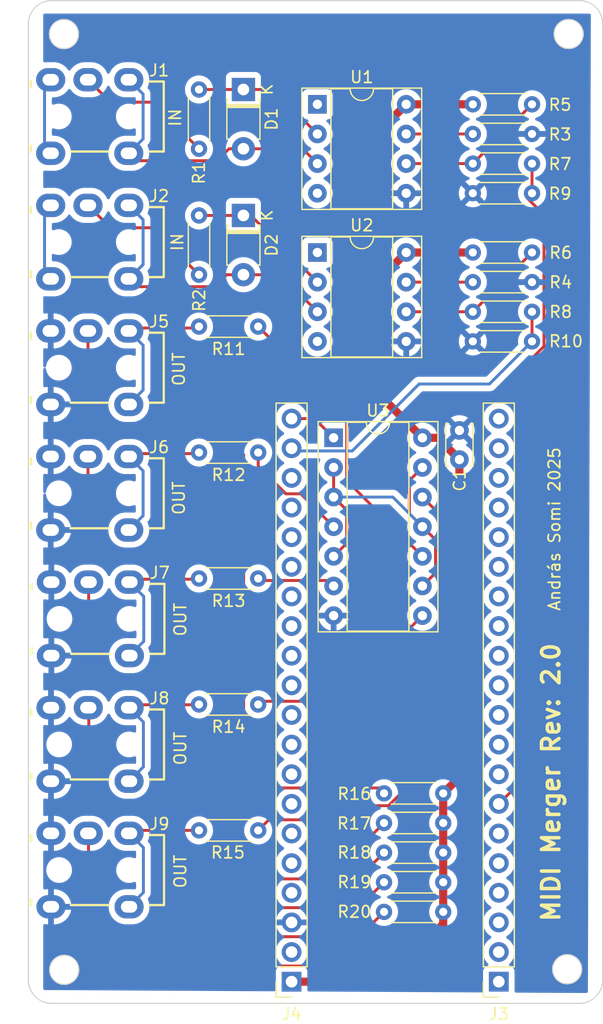
<source format=kicad_pcb>
(kicad_pcb (version 20240108) (generator "pcbnew") (generator_version "8.0")
  (layers (0 "F.Cu" signal) (31 "B.Cu" signal) (34 "B.Paste" user) (35 "F.Paste" user) (36 "B.SilkS" user "B.Silkscreen") (37 "F.SilkS" user "F.Silkscreen") (38 "B.Mask" user) (39 "F.Mask" user) (44 "Edge.Cuts" user))
  (net 0 "")
  (net 1 "Net-(D1-K)")
  (net 2 "Net-(U2-VO1)")
  (net 3 "GND")
  (net 4 "+5V")
  (net 5 "Net-(U2-VO2)")
  (net 8 "Net-(D2-K)")
  (net 9 "Net-(U1-VO1)")
  (net 10 "Net-(U1-VO2)")
  (net 11 "/UART0 RX")
  (net 12 "/UART1 RX")
  (net 13 "Net-(R11-Pad1)")
  (net 14 "Net-(R12-Pad1)")
  (net 15 "Net-(R13-Pad1)")
  (net 16 "Net-(R14-Pad1)")
  (net 19 "/UART0 TX")
  (net 20 "Net-(U3-Pad11)")
  (net 54 "Net-(D1-A)")
  (net 55 "Net-(D2-A)")
  (net 56 "Net-(J5-PadR)")
  (net 57 "Net-(J5-PadT)")
  (net 58 "Net-(J6-PadR)")
  (net 59 "Net-(J6-PadT)")
  (net 60 "Net-(J7-PadT)")
  (net 61 "Net-(J7-PadR)")
  (net 62 "Net-(J8-PadT)")
  (net 63 "Net-(J8-PadR)")
  (net 64 "Net-(J9-PadT)")
  (net 65 "Net-(J9-PadR)")
  (net 66 "Net-(R15-Pad1)")
  (net 69 "Net-(J1-PadR)")
  (net 70 "Net-(J2-PadR)")
  (net 71 "unconnected-(J1-PadS)")
  (net 72 "unconnected-(J2-PadS)")
  (footprint "Resistor_THT:R_Axial_DIN0204_L3.6mm_D1.6mm_P5.08mm_Horizontal" (layer "F.Cu") (at 149.86 67.945)
    (property "Reference" "R9" (at 7.4864 0.0442 0) (layer "F.SilkS"))
    (property "Value" "2k")
    (pad "1" thru_hole circle (at 0 0) (size 1.4 1.4) (drill 0.7) (layers "*.Cu" "*.Mask") (net 3 "GND"))
    (pad "2" thru_hole oval (at 5.08 0) (size 1.4 1.4) (drill 0.7) (layers "*.Cu" "*.Mask") (net 12 "/UART1 RX"))
  )
  (footprint "Package_DIP:DIP-14_W7.62mm_Socket" (layer "F.Cu") (at 137.9154 88.908)
    (property "Reference" "U3" (at 3.81 -2.33 0) (layer "F.SilkS"))
    (property "Value" "40106")
    (pad "1" thru_hole rect (at 0 0) (size 1.6 1.6) (drill 0.8) (layers "*.Cu" "*.Mask") (net 19 "/UART0 TX"))
    (pad "2" thru_hole oval (at 0 2.54) (size 1.6 1.6) (drill 0.8) (layers "*.Cu" "*.Mask") (net 20 "Net-(U3-Pad11)"))
    (pad "3" thru_hole oval (at 0 5.08) (size 1.6 1.6) (drill 0.8) (layers "*.Cu" "*.Mask") (net 20 "Net-(U3-Pad11)"))
    (pad "4" thru_hole oval (at 0 7.62) (size 1.6 1.6) (drill 0.8) (layers "*.Cu" "*.Mask") (net 14 "Net-(R12-Pad1)"))
    (pad "5" thru_hole oval (at 0 10.16) (size 1.6 1.6) (drill 0.8) (layers "*.Cu" "*.Mask") (net 20 "Net-(U3-Pad11)"))
    (pad "6" thru_hole oval (at 0 12.7) (size 1.6 1.6) (drill 0.8) (layers "*.Cu" "*.Mask") (net 15 "Net-(R13-Pad1)"))
    (pad "7" thru_hole oval (at 0 15.24) (size 1.6 1.6) (drill 0.8) (layers "*.Cu" "*.Mask") (net 3 "GND"))
    (pad "8" thru_hole oval (at 7.62 15.24) (size 1.6 1.6) (drill 0.8) (layers "*.Cu" "*.Mask") (net 16 "Net-(R14-Pad1)"))
    (pad "9" thru_hole oval (at 7.62 12.7) (size 1.6 1.6) (drill 0.8) (layers "*.Cu" "*.Mask") (net 20 "Net-(U3-Pad11)"))
    (pad "10" thru_hole oval (at 7.62 10.16) (size 1.6 1.6) (drill 0.8) (layers "*.Cu" "*.Mask") (net 13 "Net-(R11-Pad1)"))
    (pad "11" thru_hole oval (at 7.62 7.62) (size 1.6 1.6) (drill 0.8) (layers "*.Cu" "*.Mask") (net 20 "Net-(U3-Pad11)"))
    (pad "12" thru_hole oval (at 7.62 5.08) (size 1.6 1.6) (drill 0.8) (layers "*.Cu" "*.Mask") (net 66 "Net-(R15-Pad1)"))
    (pad "13" thru_hole oval (at 7.62 2.54) (size 1.6 1.6) (drill 0.8) (layers "*.Cu" "*.Mask") (net 20 "Net-(U3-Pad11)"))
    (pad "14" thru_hole oval (at 7.62 0) (size 1.6 1.6) (drill 0.8) (layers "*.Cu" "*.Mask") (net 4 "+5V"))
  )
  (footprint "Resistor_THT:R_Axial_DIN0204_L3.6mm_D1.6mm_P5.08mm_Horizontal" (layer "F.Cu") (at 147.32 129.54 180)
    (property "Reference" "R20" (at 7.6266 0.0066 180) (layer "F.SilkS"))
    (property "Value" "220")
    (pad "1" thru_hole circle (at 0 0 180) (size 1.4 1.4) (drill 0.7) (layers "*.Cu" "*.Mask") (net 4 "+5V"))
    (pad "2" thru_hole oval (at 5.08 0 180) (size 1.4 1.4) (drill 0.7) (layers "*.Cu" "*.Mask") (net 65 "Net-(J9-PadR)"))
  )
  (footprint "Resistor_THT:R_Axial_DIN0204_L3.6mm_D1.6mm_P5.08mm_Horizontal" (layer "F.Cu") (at 147.32 121.92 180)
    (property "Reference" "R17" (at 7.652 -0.0442 180) (layer "F.SilkS"))
    (property "Value" "220")
    (pad "1" thru_hole circle (at 0 0 180) (size 1.4 1.4) (drill 0.7) (layers "*.Cu" "*.Mask") (net 4 "+5V"))
    (pad "2" thru_hole oval (at 5.08 0 180) (size 1.4 1.4) (drill 0.7) (layers "*.Cu" "*.Mask") (net 58 "Net-(J6-PadR)"))
  )
  (footprint "Resistor_THT:R_Axial_DIN0204_L3.6mm_D1.6mm_P5.08mm_Horizontal" (layer "F.Cu") (at 131.445 122.555 180)
    (property "Reference" "R15" (at 2.5974 -1.8984 180) (layer "F.SilkS"))
    (property "Value" "220")
    (pad "1" thru_hole circle (at 0 0 180) (size 1.4 1.4) (drill 0.7) (layers "*.Cu" "*.Mask") (net 66 "Net-(R15-Pad1)"))
    (pad "2" thru_hole oval (at 5.08 0 180) (size 1.4 1.4) (drill 0.7) (layers "*.Cu" "*.Mask") (net 64 "Net-(J9-PadT)"))
  )
  (footprint "Resistor_THT:R_Axial_DIN0204_L3.6mm_D1.6mm_P5.08mm_Horizontal" (layer "F.Cu") (at 131.445 90.17 180)
    (property "Reference" "R12" (at 2.54 -1.92 180) (layer "F.SilkS"))
    (property "Value" "220")
    (pad "1" thru_hole circle (at 0 0 180) (size 1.4 1.4) (drill 0.7) (layers "*.Cu" "*.Mask") (net 14 "Net-(R12-Pad1)"))
    (pad "2" thru_hole oval (at 5.08 0 180) (size 1.4 1.4) (drill 0.7) (layers "*.Cu" "*.Mask") (net 59 "Net-(J6-PadT)"))
  )
  (footprint "Resistor_THT:R_Axial_DIN0204_L3.6mm_D1.6mm_P5.08mm_Horizontal" (layer "F.Cu") (at 149.86 73.025)
    (property "Reference" "R6" (at 7.5372 0.0188 0) (layer "F.SilkS"))
    (property "Value" "220")
    (pad "1" thru_hole circle (at 0 0) (size 1.4 1.4) (drill 0.7) (layers "*.Cu" "*.Mask") (net 4 "+5V"))
    (pad "2" thru_hole oval (at 5.08 0) (size 1.4 1.4) (drill 0.7) (layers "*.Cu" "*.Mask") (net 5 "Net-(U2-VO2)"))
  )
  (footprint "Resistor_THT:R_Axial_DIN0204_L3.6mm_D1.6mm_P5.08mm_Horizontal" (layer "F.Cu") (at 147.32 124.46 180)
    (property "Reference" "R18" (at 7.6266 0.0066 180) (layer "F.SilkS"))
    (property "Value" "220")
    (pad "1" thru_hole circle (at 0 0 180) (size 1.4 1.4) (drill 0.7) (layers "*.Cu" "*.Mask") (net 4 "+5V"))
    (pad "2" thru_hole oval (at 5.08 0 180) (size 1.4 1.4) (drill 0.7) (layers "*.Cu" "*.Mask") (net 61 "Net-(J7-PadR)"))
  )
  (footprint "own_components:Audio Jack PJ-3136-B" (layer "F.Cu") (at 111.84 93.662498)
    (property "Reference" "J6" (at 10.15 -3.95 0) (layer "F.SilkS") (effects (justify left)))
    (property "Value" "MIDI_OUT_2")
    (pad "" np_thru_hole circle (at 2.5 0) (size 1.7 1.7) (drill 1.7) (layers "F&B.Cu" "*.Mask"))
    (pad "" np_thru_hole circle (at 8.5 0) (size 1.7 1.7) (drill 1.7) (layers "F&B.Cu" "*.Mask"))
    (pad "R" thru_hole oval (at 5 -3.15) (size 2.5 2) (drill oval 1.4 1) (layers "*.Cu" "*.Mask") (net 58 "Net-(J6-PadR)"))
    (pad "S" thru_hole oval (at 1.8 -3.15) (size 2.5 2) (drill oval 1.4 1) (layers "*.Cu" "*.Mask") (net 3 "GND"))
    (pad "S" thru_hole oval (at 1.8 3.15) (size 2.5 2) (drill oval 1.4 1) (layers "*.Cu" "*.Mask") (net 3 "GND"))
    (pad "T" thru_hole oval (at 8.5 -3.15) (size 2.5 2) (drill oval 1.4 1) (layers "*.Cu" "*.Mask") (net 59 "Net-(J6-PadT)"))
    (pad "T" thru_hole oval (at 8.5 3.15) (size 2.5 2) (drill oval 1.4 1) (layers "*.Cu" "*.Mask") (net 59 "Net-(J6-PadT)"))
  )
  (footprint "Resistor_THT:R_Axial_DIN0204_L3.6mm_D1.6mm_P5.08mm_Horizontal" (layer "F.Cu") (at 131.445 100.965 180)
    (property "Reference" "R13" (at 2.54 -1.92 180) (layer "F.SilkS"))
    (property "Value" "220")
    (pad "1" thru_hole circle (at 0 0 180) (size 1.4 1.4) (drill 0.7) (layers "*.Cu" "*.Mask") (net 15 "Net-(R13-Pad1)"))
    (pad "2" thru_hole oval (at 5.08 0 180) (size 1.4 1.4) (drill 0.7) (layers "*.Cu" "*.Mask") (net 60 "Net-(J7-PadT)"))
  )
  (footprint "own_components:Audio Jack PJ-3136-B" (layer "F.Cu") (at 111.896 104.426664)
    (property "Reference" "J7" (at 10.15 -3.95 0) (layer "F.SilkS") (effects (justify left)))
    (property "Value" "MIDI_OUT_3")
    (pad "" np_thru_hole circle (at 2.5 0) (size 1.7 1.7) (drill 1.7) (layers "F&B.Cu" "*.Mask"))
    (pad "" np_thru_hole circle (at 8.5 0) (size 1.7 1.7) (drill 1.7) (layers "F&B.Cu" "*.Mask"))
    (pad "R" thru_hole oval (at 5 -3.15) (size 2.5 2) (drill oval 1.4 1) (layers "*.Cu" "*.Mask") (net 61 "Net-(J7-PadR)"))
    (pad "S" thru_hole oval (at 1.8 -3.15) (size 2.5 2) (drill oval 1.4 1) (layers "*.Cu" "*.Mask") (net 3 "GND"))
    (pad "S" thru_hole oval (at 1.8 3.15) (size 2.5 2) (drill oval 1.4 1) (layers "*.Cu" "*.Mask") (net 3 "GND"))
    (pad "T" thru_hole oval (at 8.5 -3.15) (size 2.5 2) (drill oval 1.4 1) (layers "*.Cu" "*.Mask") (net 60 "Net-(J7-PadT)"))
    (pad "T" thru_hole oval (at 8.5 3.15) (size 2.5 2) (drill oval 1.4 1) (layers "*.Cu" "*.Mask") (net 60 "Net-(J7-PadT)"))
  )
  (footprint "Resistor_THT:R_Axial_DIN0204_L3.6mm_D1.6mm_P5.08mm_Horizontal" (layer "F.Cu") (at 131.445 111.76 180)
    (property "Reference" "R14" (at 2.54 -1.92 180) (layer "F.SilkS"))
    (property "Value" "220")
    (pad "1" thru_hole circle (at 0 0 180) (size 1.4 1.4) (drill 0.7) (layers "*.Cu" "*.Mask") (net 16 "Net-(R14-Pad1)"))
    (pad "2" thru_hole oval (at 5.08 0 180) (size 1.4 1.4) (drill 0.7) (layers "*.Cu" "*.Mask") (net 62 "Net-(J8-PadT)"))
  )
  (footprint "Resistor_THT:R_Axial_DIN0204_L3.6mm_D1.6mm_P5.08mm_Horizontal" (layer "F.Cu") (at 149.86 60.325)
    (property "Reference" "R5" (at 7.4864 0.0442 0) (layer "F.SilkS"))
    (property "Value" "220")
    (pad "1" thru_hole circle (at 0 0) (size 1.4 1.4) (drill 0.7) (layers "*.Cu" "*.Mask") (net 4 "+5V"))
    (pad "2" thru_hole oval (at 5.08 0) (size 1.4 1.4) (drill 0.7) (layers "*.Cu" "*.Mask") (net 10 "Net-(U1-VO2)"))
  )
  (footprint "own_components:Audio Jack PJ-3136-B" (layer "F.Cu") (at 111.865 125.955)
    (property "Reference" "J9" (at 10.15 -3.95 0) (layer "F.SilkS") (effects (justify left)))
    (property "Value" "MIDI_OUT_5")
    (pad "" np_thru_hole circle (at 2.5 0) (size 1.7 1.7) (drill 1.7) (layers "F&B.Cu" "*.Mask"))
    (pad "" np_thru_hole circle (at 8.5 0) (size 1.7 1.7) (drill 1.7) (layers "F&B.Cu" "*.Mask"))
    (pad "R" thru_hole oval (at 5 -3.15) (size 2.5 2) (drill oval 1.4 1) (layers "*.Cu" "*.Mask") (net 65 "Net-(J9-PadR)"))
    (pad "S" thru_hole oval (at 1.8 -3.15) (size 2.5 2) (drill oval 1.4 1) (layers "*.Cu" "*.Mask") (net 3 "GND"))
    (pad "S" thru_hole oval (at 1.8 3.15) (size 2.5 2) (drill oval 1.4 1) (layers "*.Cu" "*.Mask") (net 3 "GND"))
    (pad "T" thru_hole oval (at 8.5 -3.15) (size 2.5 2) (drill oval 1.4 1) (layers "*.Cu" "*.Mask") (net 64 "Net-(J9-PadT)"))
    (pad "T" thru_hole oval (at 8.5 3.15) (size 2.5 2) (drill oval 1.4 1) (layers "*.Cu" "*.Mask") (net 64 "Net-(J9-PadT)"))
  )
  (footprint "Connector_PinSocket_2.54mm:PinSocket_1x20_P2.54mm_Vertical" (layer "F.Cu") (at 134.309 135.5232 180)
    (property "Reference" "J4" (at 0 -2.77 180) (layer "F.SilkS"))
    (property "Value" "Conn_01x20_Socket")
    (pad "1" thru_hole rect (at 0 0 180) (size 1.7 1.7) (drill 1) (layers "*.Cu" "*.Mask") (net 4 "+5V"))
    (pad "2" thru_hole oval (at 0 2.54 180) (size 1.7 1.7) (drill 1) (layers "*.Cu" "*.Mask"))
    (pad "3" thru_hole oval (at 0 5.08 180) (size 1.7 1.7) (drill 1) (layers "*.Cu" "*.Mask") (net 3 "GND"))
    (pad "4" thru_hole oval (at 0 7.62 180) (size 1.7 1.7) (drill 1) (layers "*.Cu" "*.Mask"))
    (pad "5" thru_hole oval (at 0 10.16 180) (size 1.7 1.7) (drill 1) (layers "*.Cu" "*.Mask"))
    (pad "6" thru_hole oval (at 0 12.7 180) (size 1.7 1.7) (drill 1) (layers "*.Cu" "*.Mask"))
    (pad "7" thru_hole oval (at 0 15.24 180) (size 1.7 1.7) (drill 1) (layers "*.Cu" "*.Mask"))
    (pad "8" thru_hole oval (at 0 17.78 180) (size 1.7 1.7) (drill 1) (layers "*.Cu" "*.Mask"))
    (pad "9" thru_hole oval (at 0 20.32 180) (size 1.7 1.7) (drill 1) (layers "*.Cu" "*.Mask"))
    (pad "10" thru_hole oval (at 0 22.86 180) (size 1.7 1.7) (drill 1) (layers "*.Cu" "*.Mask"))
    (pad "11" thru_hole oval (at 0 25.4 180) (size 1.7 1.7) (drill 1) (layers "*.Cu" "*.Mask"))
    (pad "12" thru_hole oval (at 0 27.94 180) (size 1.7 1.7) (drill 1) (layers "*.Cu" "*.Mask"))
    (pad "13" thru_hole oval (at 0 30.48 180) (size 1.7 1.7) (drill 1) (layers "*.Cu" "*.Mask"))
    (pad "14" thru_hole oval (at 0 33.02 180) (size 1.7 1.7) (drill 1) (layers "*.Cu" "*.Mask"))
    (pad "15" thru_hole oval (at 0 35.56 180) (size 1.7 1.7) (drill 1) (layers "*.Cu" "*.Mask"))
    (pad "16" thru_hole oval (at 0 38.1 180) (size 1.7 1.7) (drill 1) (layers "*.Cu" "*.Mask"))
    (pad "17" thru_hole oval (at 0 40.64 180) (size 1.7 1.7) (drill 1) (layers "*.Cu" "*.Mask"))
    (pad "18" thru_hole oval (at 0 43.18 180) (size 1.7 1.7) (drill 1) (layers "*.Cu" "*.Mask"))
    (pad "19" thru_hole oval (at 0 45.72 180) (size 1.7 1.7) (drill 1) (layers "*.Cu" "*.Mask") (net 11 "/UART0 RX"))
    (pad "20" thru_hole oval (at 0 48.26 180) (size 1.7 1.7) (drill 1) (layers "*.Cu" "*.Mask") (net 19 "/UART0 TX"))
  )
  (footprint "Package_DIP:DIP-8_W7.62mm_Socket" (layer "F.Cu") (at 136.525 73.025)
    (property "Reference" "U2" (at 3.81 -2.33 0) (layer "F.SilkS"))
    (property "Value" "6N138")
    (pad "1" thru_hole rect (at 0 0) (size 1.6 1.6) (drill 0.8) (layers "*.Cu" "*.Mask"))
    (pad "2" thru_hole oval (at 0 2.54) (size 1.6 1.6) (drill 0.8) (layers "*.Cu" "*.Mask") (net 8 "Net-(D2-K)"))
    (pad "3" thru_hole oval (at 0 5.08) (size 1.6 1.6) (drill 0.8) (layers "*.Cu" "*.Mask") (net 55 "Net-(D2-A)"))
    (pad "4" thru_hole oval (at 0 7.62) (size 1.6 1.6) (drill 0.8) (layers "*.Cu" "*.Mask"))
    (pad "5" thru_hole oval (at 7.62 7.62) (size 1.6 1.6) (drill 0.8) (layers "*.Cu" "*.Mask") (net 3 "GND"))
    (pad "6" thru_hole oval (at 7.62 5.08) (size 1.6 1.6) (drill 0.8) (layers "*.Cu" "*.Mask") (net 5 "Net-(U2-VO2)"))
    (pad "7" thru_hole oval (at 7.62 2.54) (size 1.6 1.6) (drill 0.8) (layers "*.Cu" "*.Mask") (net 2 "Net-(U2-VO1)"))
    (pad "8" thru_hole oval (at 7.62 0) (size 1.6 1.6) (drill 0.8) (layers "*.Cu" "*.Mask") (net 4 "+5V"))
  )
  (footprint "Resistor_THT:R_Axial_DIN0204_L3.6mm_D1.6mm_P5.08mm_Horizontal" (layer "F.Cu") (at 126.365 74.93 90)
    (property "Reference" "R2" (at -2.2032 0.0188 90) (layer "F.SilkS"))
    (property "Value" "220")
    (pad "1" thru_hole circle (at 0 0 90) (size 1.4 1.4) (drill 0.7) (layers "*.Cu" "*.Mask") (net 70 "Net-(J2-PadR)"))
    (pad "2" thru_hole oval (at 5.08 0 90) (size 1.4 1.4) (drill 0.7) (layers "*.Cu" "*.Mask") (net 8 "Net-(D2-K)"))
  )
  (footprint "Connector_PinSocket_2.54mm:PinSocket_1x20_P2.54mm_Vertical" (layer "F.Cu") (at 152.089 135.5232 180)
    (property "Reference" "J3" (at 0 -2.77 180) (layer "F.SilkS"))
    (property "Value" "Conn_01x20_Socket")
    (pad "1" thru_hole rect (at 0 0 180) (size 1.7 1.7) (drill 1) (layers "*.Cu" "*.Mask"))
    (pad "2" thru_hole oval (at 0 2.54 180) (size 1.7 1.7) (drill 1) (layers "*.Cu" "*.Mask"))
    (pad "3" thru_hole oval (at 0 5.08 180) (size 1.7 1.7) (drill 1) (layers "*.Cu" "*.Mask"))
    (pad "4" thru_hole oval (at 0 7.62 180) (size 1.7 1.7) (drill 1) (layers "*.Cu" "*.Mask"))
    (pad "5" thru_hole oval (at 0 10.16 180) (size 1.7 1.7) (drill 1) (layers "*.Cu" "*.Mask"))
    (pad "6" thru_hole oval (at 0 12.7 180) (size 1.7 1.7) (drill 1) (layers "*.Cu" "*.Mask"))
    (pad "7" thru_hole oval (at 0 15.24 180) (size 1.7 1.7) (drill 1) (layers "*.Cu" "*.Mask") (net 12 "/UART1 RX"))
    (pad "8" thru_hole oval (at 0 17.78 180) (size 1.7 1.7) (drill 1) (layers "*.Cu" "*.Mask"))
    (pad "9" thru_hole oval (at 0 20.32 180) (size 1.7 1.7) (drill 1) (layers "*.Cu" "*.Mask"))
    (pad "10" thru_hole oval (at 0 22.86 180) (size 1.7 1.7) (drill 1) (layers "*.Cu" "*.Mask"))
    (pad "11" thru_hole oval (at 0 25.4 180) (size 1.7 1.7) (drill 1) (layers "*.Cu" "*.Mask"))
    (pad "12" thru_hole oval (at 0 27.94 180) (size 1.7 1.7) (drill 1) (layers "*.Cu" "*.Mask"))
    (pad "13" thru_hole oval (at 0 30.48 180) (size 1.7 1.7) (drill 1) (layers "*.Cu" "*.Mask"))
    (pad "14" thru_hole oval (at 0 33.02 180) (size 1.7 1.7) (drill 1) (layers "*.Cu" "*.Mask"))
    (pad "15" thru_hole oval (at 0 35.56 180) (size 1.7 1.7) (drill 1) (layers "*.Cu" "*.Mask"))
    (pad "16" thru_hole oval (at 0 38.1 180) (size 1.7 1.7) (drill 1) (layers "*.Cu" "*.Mask"))
    (pad "17" thru_hole oval (at 0 40.64 180) (size 1.7 1.7) (drill 1) (layers "*.Cu" "*.Mask"))
    (pad "18" thru_hole oval (at 0 43.18 180) (size 1.7 1.7) (drill 1) (layers "*.Cu" "*.Mask"))
    (pad "19" thru_hole oval (at 0 45.72 180) (size 1.7 1.7) (drill 1) (layers "*.Cu" "*.Mask"))
    (pad "20" thru_hole oval (at 0 48.26 180) (size 1.7 1.7) (drill 1) (layers "*.Cu" "*.Mask"))
  )
  (footprint "Resistor_THT:R_Axial_DIN0204_L3.6mm_D1.6mm_P5.08mm_Horizontal" (layer "F.Cu") (at 149.86 65.405)
    (property "Reference" "R7" (at 7.4864 0.0442 0) (layer "F.SilkS"))
    (property "Value" "1k")
    (pad "1" thru_hole circle (at 0 0) (size 1.4 1.4) (drill 0.7) (layers "*.Cu" "*.Mask") (net 10 "Net-(U1-VO2)"))
    (pad "2" thru_hole oval (at 5.08 0) (size 1.4 1.4) (drill 0.7) (layers "*.Cu" "*.Mask") (net 12 "/UART1 RX"))
  )
  (footprint "Package_DIP:DIP-8_W7.62mm_Socket" (layer "F.Cu") (at 136.525 60.325)
    (property "Reference" "U1" (at 3.81 -2.33 0) (layer "F.SilkS"))
    (property "Value" "6N138")
    (pad "1" thru_hole rect (at 0 0) (size 1.6 1.6) (drill 0.8) (layers "*.Cu" "*.Mask"))
    (pad "2" thru_hole oval (at 0 2.54) (size 1.6 1.6) (drill 0.8) (layers "*.Cu" "*.Mask") (net 1 "Net-(D1-K)"))
    (pad "3" thru_hole oval (at 0 5.08) (size 1.6 1.6) (drill 0.8) (layers "*.Cu" "*.Mask") (net 54 "Net-(D1-A)"))
    (pad "4" thru_hole oval (at 0 7.62) (size 1.6 1.6) (drill 0.8) (layers "*.Cu" "*.Mask"))
    (pad "5" thru_hole oval (at 7.62 7.62) (size 1.6 1.6) (drill 0.8) (layers "*.Cu" "*.Mask") (net 3 "GND"))
    (pad "6" thru_hole oval (at 7.62 5.08) (size 1.6 1.6) (drill 0.8) (layers "*.Cu" "*.Mask") (net 10 "Net-(U1-VO2)"))
    (pad "7" thru_hole oval (at 7.62 2.54) (size 1.6 1.6) (drill 0.8) (layers "*.Cu" "*.Mask") (net 9 "Net-(U1-VO1)"))
    (pad "8" thru_hole oval (at 7.62 0) (size 1.6 1.6) (drill 0.8) (layers "*.Cu" "*.Mask") (net 4 "+5V"))
  )
  (footprint "own_components:Audio Jack PJ-3136-B" (layer "F.Cu") (at 111.84 72.134166)
    (property "Reference" "J2" (at 10.15 -3.95 0) (layer "F.SilkS") (effects (justify left)))
    (property "Value" "MIDI_IN_2")
    (pad "" np_thru_hole circle (at 2.5 0) (size 1.7 1.7) (drill 1.7) (layers "F&B.Cu" "*.Mask"))
    (pad "" np_thru_hole circle (at 8.5 0) (size 1.7 1.7) (drill 1.7) (layers "F&B.Cu" "*.Mask"))
    (pad "R" thru_hole oval (at 5 -3.15) (size 2.5 2) (drill oval 1.4 1) (layers "*.Cu" "*.Mask") (net 70 "Net-(J2-PadR)"))
    (pad "S" thru_hole oval (at 1.8 -3.15) (size 2.5 2) (drill oval 1.4 1) (layers "*.Cu" "*.Mask") (net 72 "unconnected-(J2-PadS)"))
    (pad "S" thru_hole oval (at 1.8 3.15) (size 2.5 2) (drill oval 1.4 1) (layers "*.Cu" "*.Mask") (net 72 "unconnected-(J2-PadS)"))
    (pad "T" thru_hole oval (at 8.5 -3.15) (size 2.5 2) (drill oval 1.4 1) (layers "*.Cu" "*.Mask") (net 55 "Net-(D2-A)"))
    (pad "T" thru_hole oval (at 8.5 3.15) (size 2.5 2) (drill oval 1.4 1) (layers "*.Cu" "*.Mask") (net 55 "Net-(D2-A)"))
  )
  (footprint "Diode_THT:D_T-1_P5.08mm_Horizontal" (layer "F.Cu") (at 130.175 69.85 -90)
    (property "Reference" "D2" (at 2.54 -2.42 -90) (layer "F.SilkS"))
    (property "Value" "1N4148")
    (fp_text user "K" (at 0 -2 -90) (layer "F.SilkS"))
    (pad "1" thru_hole rect (at 0 0 270) (size 2 2) (drill 1) (layers "*.Cu" "*.Mask") (net 8 "Net-(D2-K)"))
    (pad "2" thru_hole oval (at 5.08 0 270) (size 2 2) (drill 1) (layers "*.Cu" "*.Mask") (net 55 "Net-(D2-A)"))
  )
  (footprint "Resistor_THT:R_Axial_DIN0204_L3.6mm_D1.6mm_P5.08mm_Horizontal" (layer "F.Cu") (at 149.86 62.865)
    (property "Reference" "R3" (at 7.4864 0.0442 0) (layer "F.SilkS"))
    (property "Value" "5.1K")
    (pad "1" thru_hole circle (at 0 0) (size 1.4 1.4) (drill 0.7) (layers "*.Cu" "*.Mask") (net 9 "Net-(U1-VO1)"))
    (pad "2" thru_hole oval (at 5.08 0) (size 1.4 1.4) (drill 0.7) (layers "*.Cu" "*.Mask") (net 3 "GND"))
  )
  (footprint "Resistor_THT:R_Axial_DIN0204_L3.6mm_D1.6mm_P5.08mm_Horizontal" (layer "F.Cu") (at 147.32 119.38 180)
    (property "Reference" "R16" (at 7.6266 -0.0442 180) (layer "F.SilkS"))
    (property "Value" "220")
    (pad "1" thru_hole circle (at 0 0 180) (size 1.4 1.4) (drill 0.7) (layers "*.Cu" "*.Mask") (net 4 "+5V"))
    (pad "2" thru_hole oval (at 5.08 0 180) (size 1.4 1.4) (drill 0.7) (layers "*.Cu" "*.Mask") (net 56 "Net-(J5-PadR)"))
  )
  (footprint "own_components:Audio Jack PJ-3136-B" (layer "F.Cu") (at 111.865 115.19083)
    (property "Reference" "J8" (at 10.15 -3.95 0) (layer "F.SilkS") (effects (justify left)))
    (property "Value" "MIDI_OUT_4")
    (pad "" np_thru_hole circle (at 2.5 0) (size 1.7 1.7) (drill 1.7) (layers "F&B.Cu" "*.Mask"))
    (pad "" np_thru_hole circle (at 8.5 0) (size 1.7 1.7) (drill 1.7) (layers "F&B.Cu" "*.Mask"))
    (pad "R" thru_hole oval (at 5 -3.15) (size 2.5 2) (drill oval 1.4 1) (layers "*.Cu" "*.Mask") (net 63 "Net-(J8-PadR)"))
    (pad "S" thru_hole oval (at 1.8 -3.15) (size 2.5 2) (drill oval 1.4 1) (layers "*.Cu" "*.Mask") (net 3 "GND"))
    (pad "S" thru_hole oval (at 1.8 3.15) (size 2.5 2) (drill oval 1.4 1) (layers "*.Cu" "*.Mask") (net 3 "GND"))
    (pad "T" thru_hole oval (at 8.5 -3.15) (size 2.5 2) (drill oval 1.4 1) (layers "*.Cu" "*.Mask") (net 62 "Net-(J8-PadT)"))
    (pad "T" thru_hole oval (at 8.5 3.15) (size 2.5 2) (drill oval 1.4 1) (layers "*.Cu" "*.Mask") (net 62 "Net-(J8-PadT)"))
  )
  (footprint "Resistor_THT:R_Axial_DIN0204_L3.6mm_D1.6mm_P5.08mm_Horizontal" (layer "F.Cu") (at 149.86 75.565)
    (property "Reference" "R4" (at 7.5372 0.0188 0) (layer "F.SilkS"))
    (property "Value" "5.1K")
    (pad "1" thru_hole circle (at 0 0) (size 1.4 1.4) (drill 0.7) (layers "*.Cu" "*.Mask") (net 2 "Net-(U2-VO1)"))
    (pad "2" thru_hole oval (at 5.08 0) (size 1.4 1.4) (drill 0.7) (layers "*.Cu" "*.Mask") (net 3 "GND"))
  )
  (footprint "Resistor_THT:R_Axial_DIN0204_L3.6mm_D1.6mm_P5.08mm_Horizontal" (layer "F.Cu") (at 147.32 127 180)
    (property "Reference" "R19" (at 7.6266 0.0066 180) (layer "F.SilkS"))
    (property "Value" "220")
    (pad "1" thru_hole circle (at 0 0 180) (size 1.4 1.4) (drill 0.7) (layers "*.Cu" "*.Mask") (net 4 "+5V"))
    (pad "2" thru_hole oval (at 5.08 0 180) (size 1.4 1.4) (drill 0.7) (layers "*.Cu" "*.Mask") (net 63 "Net-(J8-PadR)"))
  )
  (footprint "Resistor_THT:R_Axial_DIN0204_L3.6mm_D1.6mm_P5.08mm_Horizontal" (layer "F.Cu") (at 149.86 80.645)
    (property "Reference" "R10" (at 7.9944 -0.0066 0) (layer "F.SilkS"))
    (property "Value" "2k")
    (pad "1" thru_hole circle (at 0 0) (size 1.4 1.4) (drill 0.7) (layers "*.Cu" "*.Mask") (net 3 "GND"))
    (pad "2" thru_hole oval (at 5.08 0) (size 1.4 1.4) (drill 0.7) (layers "*.Cu" "*.Mask") (net 11 "/UART0 RX"))
  )
  (footprint "Diode_THT:D_T-1_P5.08mm_Horizontal" (layer "F.Cu") (at 130.175 59.055 -90)
    (property "Reference" "D1" (at 2.54 -2.42 -90) (layer "F.SilkS"))
    (property "Value" "1N4148")
    (fp_text user "K" (at 0 -2 -90) (layer "F.SilkS"))
    (pad "1" thru_hole rect (at 0 0 270) (size 2 2) (drill 1) (layers "*.Cu" "*.Mask") (net 1 "Net-(D1-K)"))
    (pad "2" thru_hole oval (at 5.08 0 270) (size 2 2) (drill 1) (layers "*.Cu" "*.Mask") (net 54 "Net-(D1-A)"))
  )
  (footprint "Resistor_THT:R_Axial_DIN0204_L3.6mm_D1.6mm_P5.08mm_Horizontal" (layer "F.Cu") (at 126.365 64.135 90)
    (property "Reference" "R1" (at -2.0762 -0.0066 90) (layer "F.SilkS"))
    (property "Value" "220")
    (pad "1" thru_hole circle (at 0 0 90) (size 1.4 1.4) (drill 0.7) (layers "*.Cu" "*.Mask") (net 69 "Net-(J1-PadR)"))
    (pad "2" thru_hole oval (at 5.08 0 90) (size 1.4 1.4) (drill 0.7) (layers "*.Cu" "*.Mask") (net 1 "Net-(D1-K)"))
  )
  (footprint "own_components:Audio Jack PJ-3136-B" (layer "F.Cu") (at 111.84 82.898332)
    (property "Reference" "J5" (at 10.15 -3.95 0) (layer "F.SilkS") (effects (justify left)))
    (property "Value" "MIDI_OUT_1")
    (pad "" np_thru_hole circle (at 2.5 0) (size 1.7 1.7) (drill 1.7) (layers "F&B.Cu" "*.Mask"))
    (pad "" np_thru_hole circle (at 8.5 0) (size 1.7 1.7) (drill 1.7) (layers "F&B.Cu" "*.Mask"))
    (pad "R" thru_hole oval (at 5 -3.15) (size 2.5 2) (drill oval 1.4 1) (layers "*.Cu" "*.Mask") (net 56 "Net-(J5-PadR)"))
    (pad "S" thru_hole oval (at 1.8 -3.15) (size 2.5 2) (drill oval 1.4 1) (layers "*.Cu" "*.Mask") (net 3 "GND"))
    (pad "S" thru_hole oval (at 1.8 3.15) (size 2.5 2) (drill oval 1.4 1) (layers "*.Cu" "*.Mask") (net 3 "GND"))
    (pad "T" thru_hole oval (at 8.5 -3.15) (size 2.5 2) (drill oval 1.4 1) (layers "*.Cu" "*.Mask") (net 57 "Net-(J5-PadT)"))
    (pad "T" thru_hole oval (at 8.5 3.15) (size 2.5 2) (drill oval 1.4 1) (layers "*.Cu" "*.Mask") (net 57 "Net-(J5-PadT)"))
  )
  (footprint "Capacitor_THT:C_Disc_D3.4mm_W2.1mm_P2.50mm" (layer "F.Cu") (at 148.7104 90.773 90)
    (property "Reference" "C1" (at -1.7606 0.0188 90) (layer "F.SilkS"))
    (property "Value" "0.1uF")
    (pad "1" thru_hole circle (at 0 0 90) (size 1.6 1.6) (drill 0.8) (layers "*.Cu" "*.Mask") (net 4 "+5V"))
    (pad "2" thru_hole circle (at 2.5 0 90) (size 1.6 1.6) (drill 0.8) (layers "*.Cu" "*.Mask") (net 3 "GND"))
  )
  (footprint "own_components:Audio Jack PJ-3136-B" (layer "F.Cu") (at 111.84 61.37)
    (property "Reference" "J1" (at 10.15 -3.95 0) (layer "F.SilkS") (effects (justify left)))
    (property "Value" "MIDI_IN_1")
    (pad "" np_thru_hole circle (at 2.5 0) (size 1.7 1.7) (drill 1.7) (layers "F&B.Cu" "*.Mask"))
    (pad "" np_thru_hole circle (at 8.5 0) (size 1.7 1.7) (drill 1.7) (layers "F&B.Cu" "*.Mask"))
    (pad "R" thru_hole oval (at 5 -3.15) (size 2.5 2) (drill oval 1.4 1) (layers "*.Cu" "*.Mask") (net 69 "Net-(J1-PadR)"))
    (pad "S" thru_hole oval (at 1.8 -3.15) (size 2.5 2) (drill oval 1.4 1) (layers "*.Cu" "*.Mask") (net 71 "unconnected-(J1-PadS)"))
    (pad "S" thru_hole oval (at 1.8 3.15) (size 2.5 2) (drill oval 1.4 1) (layers "*.Cu" "*.Mask") (net 71 "unconnected-(J1-PadS)"))
    (pad "T" thru_hole oval (at 8.5 -3.15) (size 2.5 2) (drill oval 1.4 1) (layers "*.Cu" "*.Mask") (net 54 "Net-(D1-A)"))
    (pad "T" thru_hole oval (at 8.5 3.15) (size 2.5 2) (drill oval 1.4 1) (layers "*.Cu" "*.Mask") (net 54 "Net-(D1-A)"))
  )
  (footprint "Resistor_THT:R_Axial_DIN0204_L3.6mm_D1.6mm_P5.08mm_Horizontal" (layer "F.Cu") (at 131.445 79.375 180)
    (property "Reference" "R11" (at 2.54 -1.92 180) (layer "F.SilkS"))
    (property "Value" "220")
    (pad "1" thru_hole circle (at 0 0 180) (size 1.4 1.4) (drill 0.7) (layers "*.Cu" "*.Mask") (net 13 "Net-(R11-Pad1)"))
    (pad "2" thru_hole oval (at 5.08 0 180) (size 1.4 1.4) (drill 0.7) (layers "*.Cu" "*.Mask") (net 57 "Net-(J5-PadT)"))
  )
  (footprint "Resistor_THT:R_Axial_DIN0204_L3.6mm_D1.6mm_P5.08mm_Horizontal" (layer "F.Cu") (at 149.86 78.105)
    (property "Reference" "R8" (at 7.5372 0.0188 0) (layer "F.SilkS"))
    (property "Value" "1k")
    (pad "1" thru_hole circle (at 0 0) (size 1.4 1.4) (drill 0.7) (layers "*.Cu" "*.Mask") (net 5 "Net-(U2-VO2)"))
    (pad "2" thru_hole oval (at 5.08 0) (size 1.4 1.4) (drill 0.7) (layers "*.Cu" "*.Mask") (net 11 "/UART0 RX"))
  )
  (gr_line (start 161.004 53.4338) (end 161.004 135.382) (stroke (width 0.1)) (layer "Edge.Cuts"))
  (gr_arc (start 111.728 53.4338) (mid 112.313786 52.019586) (end 113.728 51.4338) (stroke (width 0.1)) (layer "Edge.Cuts"))
  (gr_arc (start 161.004 135.382) (mid 160.418214 136.796214) (end 159.004 137.382) (stroke (width 0.1)) (layer "Edge.Cuts"))
  (gr_arc (start 113.728 137.382) (mid 112.313786 136.796214) (end 111.728 135.382) (stroke (width 0.1)) (layer "Edge.Cuts"))
  (gr_circle (center 114.8014 134.5064) (end 116.0514 134.5064) (stroke (width 0.1)) (fill none) (layer "Edge.Cuts"))
  (gr_line (start 159.004 137.382) (end 113.728 137.382) (stroke (width 0.1)) (layer "Edge.Cuts"))
  (gr_line (start 111.728 135.382) (end 111.728 53.4338) (stroke (width 0.1)) (layer "Edge.Cuts"))
  (gr_line (start 113.728 51.4338) (end 159.004 51.4338) (stroke (width 0.1)) (layer "Edge.Cuts"))
  (gr_circle (center 114.776 54.304) (end 116.026 54.304) (stroke (width 0.1)) (fill none) (layer "Edge.Cuts"))
  (gr_arc (start 159.004 51.4338) (mid 160.418214 52.019586) (end 161.004 53.4338) (stroke (width 0.1)) (layer "Edge.Cuts"))
  (gr_circle (center 157.956 134.4556) (end 159.206 134.4556) (stroke (width 0.1)) (fill none) (layer "Edge.Cuts"))
  (gr_circle (center 158.083 54.2986) (end 159.333 54.2986) (stroke (width 0.1)) (fill none) (layer "Edge.Cuts"))
  (gr_text "OUT" (at 125.222 95.599 90) (layer "F.SilkS") (effects (font (size 1 1)) (justify left bottom)))
  (gr_text "IN" (at 124.9106 62.325 90) (layer "F.SilkS") (effects (font (size 1 1)) (justify left bottom)))
  (gr_text "OUT" (at 125.349 117.062 90) (layer "F.SilkS") (effects (font (size 1 1)) (justify left bottom)))
  (gr_text "OUT" (at 125.349 127.603 90) (layer "F.SilkS") (effects (font (size 1 1)) (justify left bottom)))
  (gr_text "András Somi 2025" (at 157.448 103.822 90) (layer "F.SilkS") (effects (font (size 1 1)) (justify left bottom)))
  (gr_text "IN" (at 125.095 72.993 90) (layer "F.SilkS") (effects (font (size 1 1)) (justify left bottom)))
  (gr_text "MIDI Merger Rev: 2.0" (at 157.448 130.524 90) (layer "F.SilkS") (effects (font (size 1.5 1.5) (thickness 0.3) (bold yes)) (justify left bottom)))
  (gr_text "OUT" (at 125.349 106.013 90) (layer "F.SilkS") (effects (font (size 1 1)) (justify left bottom)))
  (gr_text "OUT" (at 125.222 84.55 90) (layer "F.SilkS") (effects (font (size 1 1)) (justify left bottom)))
  (segment (start 130.175 59.055) (end 132.715 59.055) (width 0.25) (layer "F.Cu") (net 1))
  (segment (start 132.715 59.055) (end 136.525 62.865) (width 0.25) (layer "F.Cu") (net 1))
  (segment (start 126.365 59.055) (end 130.175 59.055) (width 0.25) (layer "F.Cu") (net 1))
  (segment (start 144.145 75.565) (end 149.86 75.565) (width 0.25) (layer "F.Cu") (net 2))
  (segment (start 142.3778 135.5232) (end 134.309 135.5232) (width 0.7) (layer "F.Cu") (net 4))
  (segment (start 144.145 60.325) (end 149.86 60.325) (width 0.7) (layer "F.Cu") (net 4))
  (segment (start 145.5354 88.908) (end 146.8454 88.908) (width 0.7) (layer "F.Cu") (net 4))
  (segment (start 142.24 85.6126) (end 145.5354 88.908) (width 0.7) (layer "F.Cu") (net 4))
  (segment (start 144.145 60.325) (end 142.24 62.23) (width 0.7) (layer "F.Cu") (net 4))
  (segment (start 147.32 129.54) (end 147.32 127) (width 0.7) (layer "F.Cu") (net 4))
  (segment (start 144.145 73.025) (end 142.24 74.93) (width 0.7) (layer "F.Cu") (net 4))
  (segment (start 147.32 130.581) (end 142.3778 135.5232) (width 0.7) (layer "F.Cu") (net 4))
  (segment (start 147.32 124.46) (end 147.32 121.92) (width 0.7) (layer "F.Cu") (net 4))
  (segment (start 147.32 119.38) (end 148.7104 117.9896) (width 0.7) (layer "F.Cu") (net 4))
  (segment (start 144.145 73.025) (end 149.86 73.025) (width 0.7) (layer "F.Cu") (net 4))
  (segment (start 148.7104 117.9896) (end 148.7104 90.773) (width 0.7) (layer "F.Cu") (net 4))
  (segment (start 147.32 121.92) (end 147.32 119.38) (width 0.7) (layer "F.Cu") (net 4))
  (segment (start 146.8454 88.908) (end 148.7104 90.773) (width 0.7) (layer "F.Cu") (net 4))
  (segment (start 142.24 62.23) (end 142.24 85.6126) (width 0.7) (layer "F.Cu") (net 4))
  (segment (start 147.32 127) (end 147.32 124.46) (width 0.7) (layer "F.Cu") (net 4))
  (segment (start 147.32 130.581) (end 147.32 129.54) (width 0.7) (layer "F.Cu") (net 4))
  (segment (start 144.145 78.105) (end 149.86 78.105) (width 0.25) (layer "F.Cu") (net 5))
  (segment (start 149.86 78.105) (end 154.94 73.025) (width 0.25) (layer "F.Cu") (net 5))
  (segment (start 126.365 69.85) (end 130.175 69.85) (width 0.25) (layer "F.Cu") (net 8))
  (segment (start 130.175 69.85) (end 130.81 69.85) (width 0.25) (layer "F.Cu") (net 8))
  (segment (start 130.81 69.85) (end 136.525 75.565) (width 0.25) (layer "F.Cu") (net 8))
  (segment (start 144.145 62.865) (end 149.86 62.865) (width 0.25) (layer "F.Cu") (net 9))
  (segment (start 149.86 65.405) (end 154.94 60.325) (width 0.25) (layer "F.Cu") (net 10))
  (segment (start 144.145 65.405) (end 149.86 65.405) (width 0.25) (layer "F.Cu") (net 10))
  (segment (start 134.5388 90.033) (end 134.309 89.8032) (width 0.25) (layer "F.Cu") (net 11))
  (segment (start 154.94 80.645) (end 154.94 78.105) (width 0.25) (layer "F.Cu") (net 11))
  (segment (start 139.519 90.033) (end 145.256 84.296) (width 0.25) (layer "B.Cu") (net 11))
  (segment (start 145.256 84.296) (end 151.289 84.296) (width 0.25) (layer "B.Cu") (net 11))
  (segment (start 134.5388 90.033) (end 139.519 90.033) (width 0.25) (layer "B.Cu") (net 11))
  (segment (start 134.309 89.8032) (end 134.5388 90.033) (width 0.25) (layer "B.Cu") (net 11))
  (segment (start 151.289 84.296) (end 154.94 80.645) (width 0.25) (layer "B.Cu") (net 11))
  (segment (start 154.527 117.8452) (end 152.089 120.2832) (width 0.25) (layer "F.Cu") (net 12))
  (segment (start 155.965 81.069569) (end 154.527 82.507569) (width 0.25) (layer "F.Cu") (net 12))
  (segment (start 154.94 67.945) (end 154.527 68.358) (width 0.25) (layer "F.Cu") (net 12))
  (segment (start 155.965 69.796) (end 155.965 81.069569) (width 0.25) (layer "F.Cu") (net 12))
  (segment (start 154.94 65.405) (end 154.94 67.945) (width 0.25) (layer "F.Cu") (net 12))
  (segment (start 154.527 68.358) (end 155.965 69.796) (width 0.25) (layer "F.Cu") (net 12))
  (segment (start 154.527 82.507569) (end 154.527 117.8452) (width 0.25) (layer "F.Cu") (net 12))
  (segment (start 139.0404 92.573) (end 145.5354 99.068) (width 0.25) (layer "F.Cu") (net 13))
  (segment (start 139.0404 86.9704) (end 139.0404 92.573) (width 0.25) (layer "F.Cu") (net 13))
  (segment (start 131.445 79.375) (end 139.0404 86.9704) (width 0.25) (layer "F.Cu") (net 13))
  (segment (start 133.822299 93.7082) (end 135.0956 93.7082) (width 0.25) (layer "F.Cu") (net 14))
  (segment (start 135.0956 93.7082) (end 137.9154 96.528) (width 0.25) (layer "F.Cu") (net 14))
  (segment (start 131.445 91.330901) (end 133.822299 93.7082) (width 0.25) (layer "F.Cu") (net 14))
  (segment (start 131.445 90.17) (end 131.445 91.330901) (width 0.25) (layer "F.Cu") (net 14))
  (segment (start 131.445 100.965) (end 131.6182 101.1382) (width 0.25) (layer "F.Cu") (net 15))
  (segment (start 137.4456 101.1382) (end 137.9154 101.608) (width 0.25) (layer "F.Cu") (net 15))
  (segment (start 131.6182 101.1382) (end 137.4456 101.1382) (width 0.25) (layer "F.Cu") (net 15))
  (segment (start 131.445 111.76) (end 131.7168 111.4882) (width 0.25) (layer "F.Cu") (net 16))
  (segment (start 131.7168 111.4882) (end 138.1952 111.4882) (width 0.25) (layer "F.Cu") (net 16))
  (segment (start 138.1952 111.4882) (end 145.5354 104.148) (width 0.25) (layer "F.Cu") (net 16))
  (segment (start 134.309 87.2632) (end 136.2706 87.2632) (width 0.25) (layer "F.Cu") (net 19))
  (segment (start 136.2706 87.2632) (end 137.9154 88.908) (width 0.25) (layer "F.Cu") (net 19))
  (segment (start 139.0404 97.943) (end 139.0404 95.113) (width 0.25) (layer "F.Cu") (net 20))
  (segment (start 137.9154 93.988) (end 137.9154 91.448) (width 0.25) (layer "F.Cu") (net 20))
  (segment (start 146.6604 100.483) (end 146.6604 97.653) (width 0.25) (layer "F.Cu") (net 20))
  (segment (start 146.6604 97.653) (end 145.5354 96.528) (width 0.25) (layer "F.Cu") (net 20))
  (segment (start 145.5354 96.528) (end 144.4104 95.403) (width 0.25) (layer "F.Cu") (net 20))
  (segment (start 137.9154 99.068) (end 139.0404 97.943) (width 0.25) (layer "F.Cu") (net 20))
  (segment (start 145.5354 101.608) (end 146.6604 100.483) (width 0.25) (layer "F.Cu") (net 20))
  (segment (start 144.4104 92.573) (end 145.5354 91.448) (width 0.25) (layer "F.Cu") (net 20))
  (segment (start 139.0404 95.113) (end 137.9154 93.988) (width 0.25) (layer "F.Cu") (net 20))
  (segment (start 144.4104 95.403) (end 144.4104 92.573) (width 0.25) (layer "F.Cu") (net 20))
  (segment (start 142.9954 93.988) (end 145.5354 96.528) (width 0.25) (layer "B.Cu") (net 20))
  (segment (start 137.9154 93.988) (end 142.9954 93.988) (width 0.25) (layer "B.Cu") (net 20))
  (segment (start 127.9115 65.16) (end 128.9365 64.135) (width 0.25) (layer "F.Cu") (net 54))
  (segment (start 127.9115 65.16) (end 120.98 65.16) (width 0.25) (layer "F.Cu") (net 54))
  (segment (start 135.255 64.135) (end 136.525 65.405) (width 0.25) (layer "F.Cu") (net 54))
  (segment (start 120.98 65.16) (end 120.34 64.52) (width 0.25) (layer "F.Cu") (net 54))
  (segment (start 120.34 64.77) (end 120.73 65.16) (width 0.25) (layer "F.Cu") (net 54))
  (segment (start 128.9365 64.135) (end 130.175 64.135) (width 0.25) (layer "F.Cu") (net 54))
  (segment (start 130.175 64.135) (end 135.255 64.135) (width 0.25) (layer "F.Cu") (net 54))
  (segment (start 121.569 59.449) (end 121.569 63.291) (width 0.25) (layer "B.Cu") (net 54))
  (segment (start 121.569 63.291) (end 120.34 64.52) (width 0.25) (layer "B.Cu") (net 54))
  (segment (start 120.34 58.22) (end 121.569 59.449) (width 0.25) (layer "B.Cu") (net 54))
  (segment (start 121.010834 75.955) (end 120.34 75.284166) (width 0.25) (layer "F.Cu") (net 55))
  (segment (start 133.35 74.93) (end 136.525 78.105) (width 0.25) (layer "F.Cu") (net 55))
  (segment (start 120.34 75.534166) (end 120.760834 75.955) (width 0.25) (layer "F.Cu") (net 55))
  (segment (start 130.175 74.93) (end 128.7394 74.93) (width 0.25) (layer "F.Cu") (net 55))
  (segment (start 127.7144 75.955) (end 121.010834 75.955) (width 0.25) (layer "F.Cu") (net 55))
  (segment (start 130.175 74.93) (end 133.35 74.93) (width 0.25) (layer "F.Cu") (net 55))
  (segment (start 128.7394 74.93) (end 127.7144 75.955) (width 0.25) (layer "F.Cu") (net 55))
  (segment (start 121.569 70.213166) (end 121.569 74.055166) (width 0.25) (layer "B.Cu") (net 55))
  (segment (start 120.34 68.984166) (end 121.569 70.213166) (width 0.25) (layer "B.Cu") (net 55))
  (segment (start 121.569 74.055166) (end 120.34 75.284166) (width 0.25) (layer "B.Cu") (net 55))
  (segment (start 142.24 119.38) (end 141.7782 118.9182) (width 0.25) (layer "F.Cu") (net 56))
  (segment (start 116.84 86.1314) (end 116.84 79.748332) (width 0.25) (layer "F.Cu") (net 56))
  (segment (start 131.2118 118.9182) (end 130.1684 117.8748) (width 0.25) (layer "F.Cu") (net 56))
  (segment (start 118.8654 88.1568) (end 116.84 86.1314) (width 0.25) (layer "F.Cu") (net 56))
  (segment (start 141.7782 118.9182) (end 131.2118 118.9182) (width 0.25) (layer "F.Cu") (net 56))
  (segment (start 130.1684 117.8748) (end 130.1938 117.8494) (width 0.25) (layer "F.Cu") (net 56))
  (segment (start 130.1938 117.8494) (end 130.1938 90.3412) (width 0.25) (layer "F.Cu") (net 56))
  (segment (start 130.1938 90.3412) (end 128.0094 88.1568) (width 0.25) (layer "F.Cu") (net 56))
  (segment (start 128.0094 88.1568) (end 118.8654 88.1568) (width 0.25) (layer "F.Cu") (net 56))
  (segment (start 126.241668 79.498332) (end 126.365 79.375) (width 0.25) (layer "F.Cu") (net 57))
  (segment (start 120.34 79.498332) (end 126.241668 79.498332) (width 0.25) (layer "F.Cu") (net 57))
  (segment (start 120.34 79.748332) (end 121.569 80.977332) (width 0.25) (layer "B.Cu") (net 57))
  (segment (start 121.569 84.819332) (end 120.34 86.048332) (width 0.25) (layer "B.Cu") (net 57))
  (segment (start 121.569 80.977332) (end 121.569 84.819332) (width 0.25) (layer "B.Cu") (net 57))
  (segment (start 116.84 96.8502) (end 116.84 90.512498) (width 0.25) (layer "F.Cu") (net 58))
  (segment (start 127.6792 98.9772) (end 118.967 98.9772) (width 0.25) (layer "F.Cu") (net 58))
  (segment (start 142.24 121.92) (end 137.446 126.714) (width 0.25) (layer "F.Cu") (net 58))
  (segment (start 137.446 126.714) (end 131.953 126.714) (width 0.25) (layer "F.Cu") (net 58))
  (segment (start 129.54 100.838) (end 127.6792 98.9772) (width 0.25) (layer "F.Cu") (net 58))
  (segment (start 131.953 126.714) (end 129.54 124.301) (width 0.25) (layer "F.Cu") (net 58))
  (segment (start 129.54 124.301) (end 129.54 100.838) (width 0.25) (layer "F.Cu") (net 58))
  (segment (start 118.967 98.9772) (end 116.84 96.8502) (width 0.25) (layer "F.Cu") (net 58))
  (segment (start 120.34 90.262498) (end 126.272502 90.262498) (width 0.25) (layer "F.Cu") (net 59))
  (segment (start 126.272502 90.262498) (end 126.365 90.17) (width 0.25) (layer "F.Cu") (net 59))
  (segment (start 121.569 95.583498) (end 120.34 96.812498) (width 0.25) (layer "B.Cu") (net 59))
  (segment (start 120.34 90.512498) (end 121.569 91.741498) (width 0.25) (layer "B.Cu") (net 59))
  (segment (start 121.569 91.741498) (end 121.569 95.583498) (width 0.25) (layer "B.Cu") (net 59))
  (segment (start 120.396 101.026664) (end 126.303336 101.026664) (width 0.25) (layer "F.Cu") (net 60))
  (segment (start 126.303336 101.026664) (end 126.365 100.965) (width 0.25) (layer "F.Cu") (net 60))
  (segment (start 120.396 101.276664) (end 121.625 102.505664) (width 0.25) (layer "B.Cu") (net 60))
  (segment (start 121.625 106.347664) (end 120.396 107.576664) (width 0.25) (layer "B.Cu") (net 60))
  (segment (start 121.625 102.505664) (end 121.625 106.347664) (width 0.25) (layer "B.Cu") (net 60))
  (segment (start 118.713 109.4928) (end 116.896 107.6758) (width 0.25) (layer "F.Cu") (net 61))
  (segment (start 128.905 125.8824) (end 128.905 111.5822) (width 0.25) (layer "F.Cu") (net 61))
  (segment (start 126.8156 109.4928) (end 118.713 109.4928) (width 0.25) (layer "F.Cu") (net 61))
  (segment (start 142.24 124.46) (end 137.5222 129.1778) (width 0.25) (layer "F.Cu") (net 61))
  (segment (start 116.896 107.6758) (end 116.896 101.276664) (width 0.25) (layer "F.Cu") (net 61))
  (segment (start 132.2004 129.1778) (end 128.905 125.8824) (width 0.25) (layer "F.Cu") (net 61))
  (segment (start 137.5222 129.1778) (end 132.2004 129.1778) (width 0.25) (layer "F.Cu") (net 61))
  (segment (start 128.905 111.5822) (end 126.8156 109.4928) (width 0.25) (layer "F.Cu") (net 61))
  (segment (start 120.365 111.79083) (end 126.33417 111.79083) (width 0.25) (layer "F.Cu") (net 62))
  (segment (start 126.33417 111.79083) (end 126.365 111.76) (width 0.25) (layer "F.Cu") (net 62))
  (segment (start 120.365 112.04083) (end 121.594 113.26983) (width 0.25) (layer "B.Cu") (net 62))
  (segment (start 121.594 117.11183) (end 120.365 118.34083) (width 0.25) (layer "B.Cu") (net 62))
  (segment (start 121.594 113.26983) (end 121.594 117.11183) (width 0.25) (layer "B.Cu") (net 62))
  (segment (start 132.4544 131.667) (end 137.573 131.667) (width 0.25) (layer "F.Cu") (net 63))
  (segment (start 128.27 127.4826) (end 132.4544 131.667) (width 0.25) (layer "F.Cu") (net 63))
  (segment (start 116.865 112.04083) (end 116.9096 112.08543) (width 0.25) (layer "F.Cu") (net 63))
  (segment (start 118.8908 120.3132) (end 127.222 120.3132) (width 0.25) (layer "F.Cu") (net 63))
  (segment (start 128.27 121.3612) (end 128.27 127.4826) (width 0.25) (layer "F.Cu") (net 63))
  (segment (start 137.573 131.667) (end 142.24 127) (width 0.25) (layer "F.Cu") (net 63))
  (segment (start 116.9096 112.08543) (end 116.9096 118.332) (width 0.25) (layer "F.Cu") (net 63))
  (segment (start 116.9096 118.332) (end 118.8908 120.3132) (width 0.25) (layer "F.Cu") (net 63))
  (segment (start 127.222 120.3132) (end 128.27 121.3612) (width 0.25) (layer "F.Cu") (net 63))
  (segment (start 120.365 122.555) (end 126.365 122.555) (width 0.25) (layer "F.Cu") (net 64))
  (segment (start 120.365 122.805) (end 121.594 124.034) (width 0.25) (layer "B.Cu") (net 64))
  (segment (start 121.594 127.876) (end 120.365 129.105) (width 0.25) (layer "B.Cu") (net 64))
  (segment (start 121.594 124.034) (end 121.594 127.876) (width 0.25) (layer "B.Cu") (net 64))
  (segment (start 116.8842 122.8242) (end 116.8842 129.0508) (width 0.25) (layer "F.Cu") (net 65))
  (segment (start 116.865 122.805) (end 116.8842 122.8242) (width 0.25) (layer "F.Cu") (net 65))
  (segment (start 122.015 134.1816) (end 137.5984 134.1816) (width 0.25) (layer "F.Cu") (net 65))
  (segment (start 137.5984 134.1816) (end 142.24 129.54) (width 0.25) (layer "F.Cu") (net 65))
  (segment (start 116.8842 129.0508) (end 122.015 134.1816) (width 0.25) (layer "F.Cu") (net 65))
  (segment (start 132.3518 121.6482) (end 140.0856 121.6482) (width 0.25) (layer "F.Cu") (net 66))
  (segment (start 147.8722 115.197369) (end 147.8722 96.3248) (width 0.25) (layer "F.Cu") (net 66))
  (segment (start 141.2936 120.4402) (end 142.629369 120.4402) (width 0.25) (layer "F.Cu") (net 66))
  (segment (start 147.8722 96.3248) (end 145.5354 93.988) (width 0.25) (layer "F.Cu") (net 66))
  (segment (start 140.0856 121.6482) (end 141.2936 120.4402) (width 0.25) (layer "F.Cu") (net 66))
  (segment (start 142.629369 120.4402) (end 147.8722 115.197369) (width 0.25) (layer "F.Cu") (net 66))
  (segment (start 131.445 122.555) (end 132.3518 121.6482) (width 0.25) (layer "F.Cu") (net 66))
  (segment (start 122.371 60.141) (end 118.761 60.141) (width 0.25) (layer "F.Cu") (net 69))
  (segment (start 118.761 60.141) (end 116.84 58.22) (width 0.25) (layer "F.Cu") (net 69))
  (segment (start 126.365 64.135) (end 122.371 60.141) (width 0.25) (layer "F.Cu") (net 69))
  (segment (start 122.340166 70.905166) (end 118.761 70.905166) (width 0.25) (layer "F.Cu") (net 70))
  (segment (start 126.365 74.93) (end 122.340166 70.905166) (width 0.25) (layer "F.Cu") (net 70))
  (segment (start 118.761 70.905166) (end 116.84 68.984166) (width 0.25) (layer "F.Cu") (net 70))
  (segment (start 113.111 63.991) (end 113.64 64.52) (width 0.25) (layer "F.Cu") (net 71))
  (segment (start 113.64 58.22) (end 113.111 58.749) (width 0.25) (layer "F.Cu") (net 71))
  (segment (start 113.111 58.749) (end 113.111 63.991) (width 0.25) (layer "B.Cu") (net 71))
  (segment (start 113.111 74.755166) (end 113.64 75.284166) (width 0.25) (layer "F.Cu") (net 72))
  (segment (start 113.64 68.984166) (end 113.111 69.513166) (width 0.25) (layer "F.Cu") (net 72))
  (segment (start 113.111 69.513166) (end 113.111 74.755166) (width 0.25) (layer "B.Cu") (net 72))
  (zone (net 3) (net_name "GND") (layer "B.Cu") (connect_pads (clearance 0.5)) (min_thickness 0.25) (fill yes (thermal_gap 0.5) (thermal_bridge_width 0.5))
    (polygon (pts (xy 159.988 52.546) (xy 159.734 136.493) (xy 112.998 136.239) (xy 112.998 52.546)))
  )
)
</source>
